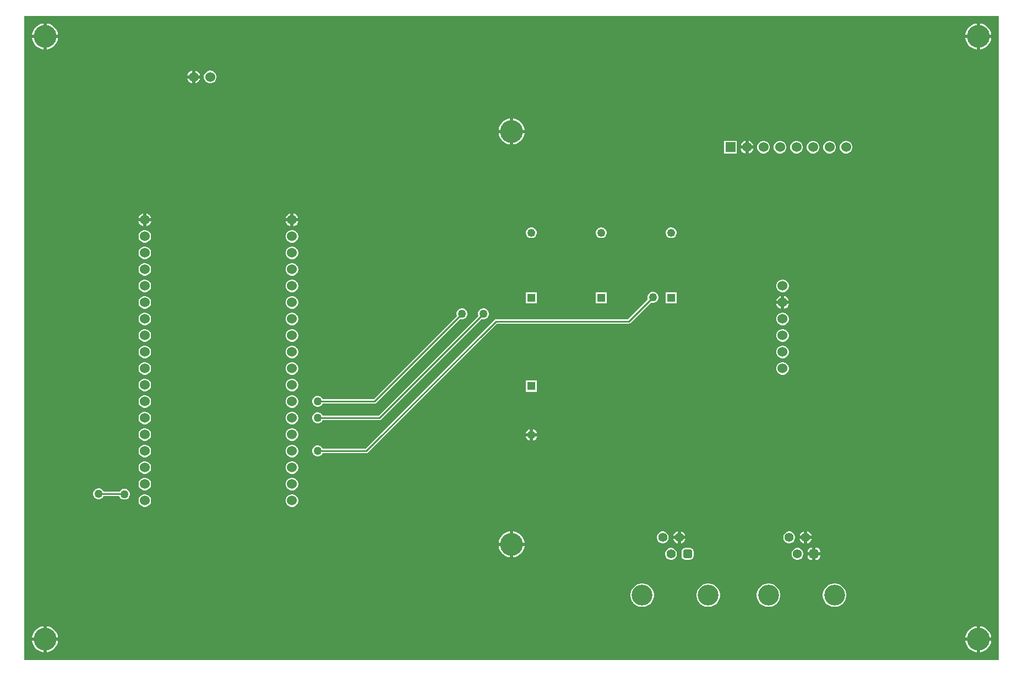
<source format=gbl>
G04*
G04 #@! TF.GenerationSoftware,Altium Limited,Altium Designer,23.10.1 (27)*
G04*
G04 Layer_Physical_Order=2*
G04 Layer_Color=16711680*
%FSLAX44Y44*%
%MOMM*%
G71*
G04*
G04 #@! TF.SameCoordinates,2E3EF511-91C1-4F0E-8D45-CE2B79DCFB35*
G04*
G04*
G04 #@! TF.FilePolarity,Positive*
G04*
G01*
G75*
%ADD10C,0.2540*%
%ADD18C,1.2500*%
%ADD19R,1.2500X1.2500*%
%ADD20C,1.3000*%
%ADD21R,1.3000X1.3000*%
%ADD24C,3.5000*%
%ADD25C,1.5240*%
G04:AMPARAMS|DCode=26|XSize=1.4mm|YSize=1.4mm|CornerRadius=0.35mm|HoleSize=0mm|Usage=FLASHONLY|Rotation=180.000|XOffset=0mm|YOffset=0mm|HoleType=Round|Shape=RoundedRectangle|*
%AMROUNDEDRECTD26*
21,1,1.4000,0.7000,0,0,180.0*
21,1,0.7000,1.4000,0,0,180.0*
1,1,0.7000,-0.3500,0.3500*
1,1,0.7000,0.3500,0.3500*
1,1,0.7000,0.3500,-0.3500*
1,1,0.7000,-0.3500,-0.3500*
%
%ADD26ROUNDEDRECTD26*%
%ADD27C,1.4000*%
%ADD28C,3.2000*%
%ADD29R,1.5240X1.5240*%
%ADD30C,1.2700*%
G36*
X1511300Y12700D02*
X12700D01*
Y1003300D01*
X1511300D01*
Y12700D01*
D02*
G37*
%LPC*%
G36*
X1482090Y991477D02*
Y974090D01*
X1499477D01*
X1498820Y977395D01*
X1497309Y981042D01*
X1495116Y984325D01*
X1492325Y987116D01*
X1489043Y989309D01*
X1485396Y990820D01*
X1482090Y991477D01*
D02*
G37*
G36*
X1477010D02*
X1473705Y990820D01*
X1470058Y989309D01*
X1466775Y987116D01*
X1463984Y984325D01*
X1461791Y981042D01*
X1460280Y977395D01*
X1459623Y974090D01*
X1477010D01*
Y991477D01*
D02*
G37*
G36*
X46990D02*
Y974090D01*
X64377D01*
X63720Y977395D01*
X62209Y981042D01*
X60016Y984325D01*
X57225Y987116D01*
X53942Y989309D01*
X50296Y990820D01*
X46990Y991477D01*
D02*
G37*
G36*
X41910D02*
X38605Y990820D01*
X34957Y989309D01*
X31675Y987116D01*
X28884Y984325D01*
X26691Y981042D01*
X25180Y977395D01*
X24523Y974090D01*
X41910D01*
Y991477D01*
D02*
G37*
G36*
X1499477Y969010D02*
X1482090D01*
Y951623D01*
X1485396Y952280D01*
X1489043Y953791D01*
X1492325Y955984D01*
X1495116Y958775D01*
X1497309Y962057D01*
X1498820Y965704D01*
X1499477Y969010D01*
D02*
G37*
G36*
X1477010D02*
X1459623D01*
X1460280Y965704D01*
X1461791Y962057D01*
X1463984Y958775D01*
X1466775Y955984D01*
X1470058Y953791D01*
X1473705Y952280D01*
X1477010Y951623D01*
Y969010D01*
D02*
G37*
G36*
X64377D02*
X46990D01*
Y951623D01*
X50296Y952280D01*
X53942Y953791D01*
X57225Y955984D01*
X60016Y958775D01*
X62209Y962057D01*
X63720Y965704D01*
X64377Y969010D01*
D02*
G37*
G36*
X41910D02*
X24523D01*
X25180Y965704D01*
X26691Y962057D01*
X28884Y958775D01*
X31675Y955984D01*
X34957Y953791D01*
X38605Y952280D01*
X41910Y951623D01*
Y969010D01*
D02*
G37*
G36*
X275590Y919158D02*
Y911860D01*
X282888D01*
X282518Y913242D01*
X281180Y915558D01*
X279288Y917450D01*
X276972Y918788D01*
X275590Y919158D01*
D02*
G37*
G36*
X270510D02*
X269128Y918788D01*
X266812Y917450D01*
X264920Y915558D01*
X263582Y913242D01*
X263212Y911860D01*
X270510D01*
Y919158D01*
D02*
G37*
G36*
X299721Y918972D02*
X297179D01*
X294725Y918314D01*
X292523Y917044D01*
X290727Y915247D01*
X289456Y913046D01*
X288798Y910591D01*
Y908049D01*
X289456Y905594D01*
X290727Y903393D01*
X292523Y901597D01*
X294725Y900326D01*
X297179Y899668D01*
X299721D01*
X302176Y900326D01*
X304377Y901597D01*
X306173Y903393D01*
X307444Y905594D01*
X308102Y908049D01*
Y910591D01*
X307444Y913046D01*
X306173Y915247D01*
X304377Y917044D01*
X302176Y918314D01*
X299721Y918972D01*
D02*
G37*
G36*
X282888Y906780D02*
X275590D01*
Y899482D01*
X276972Y899852D01*
X279288Y901190D01*
X281180Y903082D01*
X282518Y905398D01*
X282888Y906780D01*
D02*
G37*
G36*
X270510D02*
X263212D01*
X263582Y905398D01*
X264920Y903082D01*
X266812Y901190D01*
X269128Y899852D01*
X270510Y899482D01*
Y906780D01*
D02*
G37*
G36*
X764540Y845427D02*
Y828040D01*
X781927D01*
X781270Y831346D01*
X779759Y834993D01*
X777566Y838275D01*
X774775Y841066D01*
X771492Y843259D01*
X767846Y844770D01*
X764540Y845427D01*
D02*
G37*
G36*
X759460D02*
X756154Y844770D01*
X752507Y843259D01*
X749225Y841066D01*
X746434Y838275D01*
X744241Y834993D01*
X742730Y831346D01*
X742073Y828040D01*
X759460D01*
Y845427D01*
D02*
G37*
G36*
X781927Y822960D02*
X764540D01*
Y805573D01*
X767846Y806230D01*
X771492Y807741D01*
X774775Y809934D01*
X777566Y812725D01*
X779759Y816008D01*
X781270Y819654D01*
X781927Y822960D01*
D02*
G37*
G36*
X759460D02*
X742073D01*
X742730Y819654D01*
X744241Y816008D01*
X746434Y812725D01*
X749225Y809934D01*
X752507Y807741D01*
X756154Y806230D01*
X759460Y805573D01*
Y822960D01*
D02*
G37*
G36*
X1126490Y811208D02*
Y803910D01*
X1133788D01*
X1133418Y805292D01*
X1132080Y807608D01*
X1130188Y809500D01*
X1127872Y810838D01*
X1126490Y811208D01*
D02*
G37*
G36*
X1121410D02*
X1120028Y810838D01*
X1117712Y809500D01*
X1115820Y807608D01*
X1114482Y805292D01*
X1114112Y803910D01*
X1121410D01*
Y811208D01*
D02*
G37*
G36*
X1277621Y811022D02*
X1275079D01*
X1272625Y810364D01*
X1270424Y809093D01*
X1268626Y807297D01*
X1267356Y805096D01*
X1266698Y802641D01*
Y800099D01*
X1267356Y797645D01*
X1268626Y795443D01*
X1270424Y793646D01*
X1272625Y792376D01*
X1275079Y791718D01*
X1277621D01*
X1280076Y792376D01*
X1282276Y793646D01*
X1284073Y795443D01*
X1285344Y797645D01*
X1286002Y800099D01*
Y802641D01*
X1285344Y805096D01*
X1284073Y807297D01*
X1282276Y809093D01*
X1280076Y810364D01*
X1277621Y811022D01*
D02*
G37*
G36*
X1252221D02*
X1249679D01*
X1247225Y810364D01*
X1245023Y809093D01*
X1243226Y807297D01*
X1241956Y805096D01*
X1241298Y802641D01*
Y800099D01*
X1241956Y797645D01*
X1243226Y795443D01*
X1245023Y793646D01*
X1247225Y792376D01*
X1249679Y791718D01*
X1252221D01*
X1254676Y792376D01*
X1256877Y793646D01*
X1258673Y795443D01*
X1259944Y797645D01*
X1260602Y800099D01*
Y802641D01*
X1259944Y805096D01*
X1258673Y807297D01*
X1256877Y809093D01*
X1254676Y810364D01*
X1252221Y811022D01*
D02*
G37*
G36*
X1226821D02*
X1224279D01*
X1221824Y810364D01*
X1219623Y809093D01*
X1217827Y807297D01*
X1216556Y805096D01*
X1215898Y802641D01*
Y800099D01*
X1216556Y797645D01*
X1217827Y795443D01*
X1219623Y793646D01*
X1221824Y792376D01*
X1224279Y791718D01*
X1226821D01*
X1229276Y792376D01*
X1231477Y793646D01*
X1233273Y795443D01*
X1234544Y797645D01*
X1235202Y800099D01*
Y802641D01*
X1234544Y805096D01*
X1233273Y807297D01*
X1231477Y809093D01*
X1229276Y810364D01*
X1226821Y811022D01*
D02*
G37*
G36*
X1201421D02*
X1198879D01*
X1196424Y810364D01*
X1194223Y809093D01*
X1192427Y807297D01*
X1191156Y805096D01*
X1190498Y802641D01*
Y800099D01*
X1191156Y797645D01*
X1192427Y795443D01*
X1194223Y793646D01*
X1196424Y792376D01*
X1198879Y791718D01*
X1201421D01*
X1203876Y792376D01*
X1206077Y793646D01*
X1207874Y795443D01*
X1209144Y797645D01*
X1209802Y800099D01*
Y802641D01*
X1209144Y805096D01*
X1207874Y807297D01*
X1206077Y809093D01*
X1203876Y810364D01*
X1201421Y811022D01*
D02*
G37*
G36*
X1176021D02*
X1173479D01*
X1171024Y810364D01*
X1168823Y809093D01*
X1167027Y807297D01*
X1165756Y805096D01*
X1165098Y802641D01*
Y800099D01*
X1165756Y797645D01*
X1167027Y795443D01*
X1168823Y793646D01*
X1171024Y792376D01*
X1173479Y791718D01*
X1176021D01*
X1178475Y792376D01*
X1180676Y793646D01*
X1182474Y795443D01*
X1183744Y797645D01*
X1184402Y800099D01*
Y802641D01*
X1183744Y805096D01*
X1182474Y807297D01*
X1180676Y809093D01*
X1178475Y810364D01*
X1176021Y811022D01*
D02*
G37*
G36*
X1150621D02*
X1148079D01*
X1145624Y810364D01*
X1143423Y809093D01*
X1141627Y807297D01*
X1140356Y805096D01*
X1139698Y802641D01*
Y800099D01*
X1140356Y797645D01*
X1141627Y795443D01*
X1143423Y793646D01*
X1145624Y792376D01*
X1148079Y791718D01*
X1150621D01*
X1153075Y792376D01*
X1155276Y793646D01*
X1157074Y795443D01*
X1158344Y797645D01*
X1159002Y800099D01*
Y802641D01*
X1158344Y805096D01*
X1157074Y807297D01*
X1155276Y809093D01*
X1153075Y810364D01*
X1150621Y811022D01*
D02*
G37*
G36*
X1108202D02*
X1088898D01*
Y791718D01*
X1108202D01*
Y811022D01*
D02*
G37*
G36*
X1133788Y798830D02*
X1126490D01*
Y791532D01*
X1127872Y791902D01*
X1130188Y793240D01*
X1132080Y795132D01*
X1133418Y797448D01*
X1133788Y798830D01*
D02*
G37*
G36*
X1121410D02*
X1114112D01*
X1114482Y797448D01*
X1115820Y795132D01*
X1117712Y793240D01*
X1120028Y791902D01*
X1121410Y791532D01*
Y798830D01*
D02*
G37*
G36*
X426720Y699448D02*
Y692150D01*
X434018D01*
X433648Y693532D01*
X432310Y695848D01*
X430418Y697740D01*
X428102Y699078D01*
X426720Y699448D01*
D02*
G37*
G36*
X200406D02*
Y692150D01*
X207704D01*
X207334Y693532D01*
X205996Y695848D01*
X204104Y697740D01*
X201788Y699078D01*
X200406Y699448D01*
D02*
G37*
G36*
X421640D02*
X420258Y699078D01*
X417942Y697740D01*
X416050Y695848D01*
X414712Y693532D01*
X414342Y692150D01*
X421640D01*
Y699448D01*
D02*
G37*
G36*
X195326D02*
X193944Y699078D01*
X191628Y697740D01*
X189736Y695848D01*
X188398Y693532D01*
X188028Y692150D01*
X195326D01*
Y699448D01*
D02*
G37*
G36*
X434018Y687070D02*
X426720D01*
Y679772D01*
X428102Y680142D01*
X430418Y681480D01*
X432310Y683372D01*
X433648Y685688D01*
X434018Y687070D01*
D02*
G37*
G36*
X207704D02*
X200406D01*
Y679772D01*
X201788Y680142D01*
X204104Y681480D01*
X205996Y683372D01*
X207334Y685688D01*
X207704Y687070D01*
D02*
G37*
G36*
X421640D02*
X414342D01*
X414712Y685688D01*
X416050Y683372D01*
X417942Y681480D01*
X420258Y680142D01*
X421640Y679772D01*
Y687070D01*
D02*
G37*
G36*
X195326D02*
X188028D01*
X188398Y685688D01*
X189736Y683372D01*
X191628Y681480D01*
X193944Y680142D01*
X195326Y679772D01*
Y687070D01*
D02*
G37*
G36*
X1008200Y678042D02*
X1006020D01*
X1003913Y677478D01*
X1002025Y676387D01*
X1000483Y674845D01*
X999392Y672957D01*
X998828Y670850D01*
Y668670D01*
X999392Y666563D01*
X1000483Y664675D01*
X1002025Y663133D01*
X1003913Y662042D01*
X1006020Y661478D01*
X1008200D01*
X1010307Y662042D01*
X1012195Y663133D01*
X1013737Y664675D01*
X1014828Y666563D01*
X1015392Y668670D01*
Y670850D01*
X1014828Y672957D01*
X1013737Y674845D01*
X1012195Y676387D01*
X1010307Y677478D01*
X1008200Y678042D01*
D02*
G37*
G36*
X900885D02*
X898705D01*
X896598Y677478D01*
X894710Y676387D01*
X893168Y674845D01*
X892077Y672957D01*
X891513Y670850D01*
Y668670D01*
X892077Y666563D01*
X893168Y664675D01*
X894710Y663133D01*
X896598Y662042D01*
X898705Y661478D01*
X900885D01*
X902992Y662042D01*
X904880Y663133D01*
X906422Y664675D01*
X907513Y666563D01*
X908077Y668670D01*
Y670850D01*
X907513Y672957D01*
X906422Y674845D01*
X904880Y676387D01*
X902992Y677478D01*
X900885Y678042D01*
D02*
G37*
G36*
X793570D02*
X791390D01*
X789283Y677478D01*
X787395Y676387D01*
X785853Y674845D01*
X784762Y672957D01*
X784198Y670850D01*
Y668670D01*
X784762Y666563D01*
X785853Y664675D01*
X787395Y663133D01*
X789283Y662042D01*
X791390Y661478D01*
X793570D01*
X795677Y662042D01*
X797565Y663133D01*
X799107Y664675D01*
X800198Y666563D01*
X800762Y668670D01*
Y670850D01*
X800198Y672957D01*
X799107Y674845D01*
X797565Y676387D01*
X795677Y677478D01*
X793570Y678042D01*
D02*
G37*
G36*
X425451Y673862D02*
X422909D01*
X420454Y673204D01*
X418254Y671934D01*
X416456Y670136D01*
X415186Y667935D01*
X414528Y665481D01*
Y662939D01*
X415186Y660484D01*
X416456Y658283D01*
X418254Y656487D01*
X420454Y655216D01*
X422909Y654558D01*
X425451D01*
X427906Y655216D01*
X430107Y656487D01*
X431903Y658283D01*
X433174Y660484D01*
X433832Y662939D01*
Y665481D01*
X433174Y667935D01*
X431903Y670136D01*
X430107Y671934D01*
X427906Y673204D01*
X425451Y673862D01*
D02*
G37*
G36*
X199137D02*
X196595D01*
X194140Y673204D01*
X191940Y671934D01*
X190142Y670136D01*
X188872Y667935D01*
X188214Y665481D01*
Y662939D01*
X188872Y660484D01*
X190142Y658283D01*
X191940Y656487D01*
X194140Y655216D01*
X196595Y654558D01*
X199137D01*
X201591Y655216D01*
X203792Y656487D01*
X205590Y658283D01*
X206860Y660484D01*
X207518Y662939D01*
Y665481D01*
X206860Y667935D01*
X205590Y670136D01*
X203792Y671934D01*
X201591Y673204D01*
X199137Y673862D01*
D02*
G37*
G36*
X425451Y648462D02*
X422909D01*
X420454Y647804D01*
X418254Y646534D01*
X416456Y644736D01*
X415186Y642535D01*
X414528Y640081D01*
Y637539D01*
X415186Y635084D01*
X416456Y632883D01*
X418254Y631087D01*
X420454Y629816D01*
X422909Y629158D01*
X425451D01*
X427906Y629816D01*
X430107Y631087D01*
X431903Y632883D01*
X433174Y635084D01*
X433832Y637539D01*
Y640081D01*
X433174Y642535D01*
X431903Y644736D01*
X430107Y646534D01*
X427906Y647804D01*
X425451Y648462D01*
D02*
G37*
G36*
X199137D02*
X196595D01*
X194140Y647804D01*
X191940Y646534D01*
X190142Y644736D01*
X188872Y642535D01*
X188214Y640081D01*
Y637539D01*
X188872Y635084D01*
X190142Y632883D01*
X191940Y631087D01*
X194140Y629816D01*
X196595Y629158D01*
X199137D01*
X201591Y629816D01*
X203792Y631087D01*
X205590Y632883D01*
X206860Y635084D01*
X207518Y637539D01*
Y640081D01*
X206860Y642535D01*
X205590Y644736D01*
X203792Y646534D01*
X201591Y647804D01*
X199137Y648462D01*
D02*
G37*
G36*
X425451Y623062D02*
X422909D01*
X420454Y622404D01*
X418254Y621133D01*
X416456Y619337D01*
X415186Y617136D01*
X414528Y614681D01*
Y612139D01*
X415186Y609684D01*
X416456Y607483D01*
X418254Y605686D01*
X420454Y604416D01*
X422909Y603758D01*
X425451D01*
X427906Y604416D01*
X430107Y605686D01*
X431903Y607483D01*
X433174Y609684D01*
X433832Y612139D01*
Y614681D01*
X433174Y617136D01*
X431903Y619337D01*
X430107Y621133D01*
X427906Y622404D01*
X425451Y623062D01*
D02*
G37*
G36*
X199137D02*
X196595D01*
X194140Y622404D01*
X191940Y621133D01*
X190142Y619337D01*
X188872Y617136D01*
X188214Y614681D01*
Y612139D01*
X188872Y609684D01*
X190142Y607483D01*
X191940Y605686D01*
X194140Y604416D01*
X196595Y603758D01*
X199137D01*
X201591Y604416D01*
X203792Y605686D01*
X205590Y607483D01*
X206860Y609684D01*
X207518Y612139D01*
Y614681D01*
X206860Y617136D01*
X205590Y619337D01*
X203792Y621133D01*
X201591Y622404D01*
X199137Y623062D01*
D02*
G37*
G36*
X1179831Y597662D02*
X1177289D01*
X1174835Y597004D01*
X1172634Y595733D01*
X1170836Y593937D01*
X1169566Y591735D01*
X1168908Y589281D01*
Y586739D01*
X1169566Y584285D01*
X1170836Y582084D01*
X1172634Y580286D01*
X1174835Y579016D01*
X1177289Y578358D01*
X1179831D01*
X1182286Y579016D01*
X1184486Y580286D01*
X1186283Y582084D01*
X1187554Y584285D01*
X1188212Y586739D01*
Y589281D01*
X1187554Y591735D01*
X1186283Y593937D01*
X1184486Y595733D01*
X1182286Y597004D01*
X1179831Y597662D01*
D02*
G37*
G36*
X425451D02*
X422909D01*
X420454Y597004D01*
X418254Y595733D01*
X416456Y593937D01*
X415186Y591735D01*
X414528Y589281D01*
Y586739D01*
X415186Y584285D01*
X416456Y582084D01*
X418254Y580286D01*
X420454Y579016D01*
X422909Y578358D01*
X425451D01*
X427906Y579016D01*
X430107Y580286D01*
X431903Y582084D01*
X433174Y584285D01*
X433832Y586739D01*
Y589281D01*
X433174Y591735D01*
X431903Y593937D01*
X430107Y595733D01*
X427906Y597004D01*
X425451Y597662D01*
D02*
G37*
G36*
X199137D02*
X196595D01*
X194140Y597004D01*
X191940Y595733D01*
X190142Y593937D01*
X188872Y591735D01*
X188214Y589281D01*
Y586739D01*
X188872Y584285D01*
X190142Y582084D01*
X191940Y580286D01*
X194140Y579016D01*
X196595Y578358D01*
X199137D01*
X201591Y579016D01*
X203792Y580286D01*
X205590Y582084D01*
X206860Y584285D01*
X207518Y586739D01*
Y589281D01*
X206860Y591735D01*
X205590Y593937D01*
X203792Y595733D01*
X201591Y597004D01*
X199137Y597662D01*
D02*
G37*
G36*
X1181100Y572448D02*
Y565150D01*
X1188398D01*
X1188028Y566532D01*
X1186690Y568848D01*
X1184798Y570740D01*
X1182482Y572078D01*
X1181100Y572448D01*
D02*
G37*
G36*
X1176020D02*
X1174638Y572078D01*
X1172322Y570740D01*
X1170430Y568848D01*
X1169092Y566532D01*
X1168722Y565150D01*
X1176020D01*
Y572448D01*
D02*
G37*
G36*
X980274Y578612D02*
X978066D01*
X975935Y578041D01*
X974023Y576937D01*
X972463Y575377D01*
X971359Y573465D01*
X970788Y571334D01*
Y569127D01*
X971320Y567141D01*
X940946Y536767D01*
X737870D01*
X736582Y536510D01*
X735489Y535781D01*
X537085Y337377D01*
X471285D01*
X470257Y339157D01*
X468697Y340717D01*
X466785Y341821D01*
X464654Y342392D01*
X462447D01*
X460315Y341821D01*
X458403Y340717D01*
X456843Y339157D01*
X455739Y337245D01*
X455168Y335113D01*
Y332906D01*
X455739Y330775D01*
X456843Y328863D01*
X458403Y327303D01*
X460315Y326199D01*
X462447Y325628D01*
X464654D01*
X466785Y326199D01*
X468697Y327303D01*
X470257Y328863D01*
X471285Y330643D01*
X538480D01*
X539768Y330900D01*
X540861Y331629D01*
X739265Y530033D01*
X942340D01*
X943628Y530290D01*
X944721Y531019D01*
X976081Y562380D01*
X978066Y561848D01*
X980274D01*
X982405Y562419D01*
X984317Y563523D01*
X985877Y565083D01*
X986981Y566995D01*
X987552Y569127D01*
Y571334D01*
X986981Y573465D01*
X985877Y575377D01*
X984317Y576937D01*
X982405Y578041D01*
X980274Y578612D01*
D02*
G37*
G36*
X1015392Y578042D02*
X998828D01*
Y561478D01*
X1015392D01*
Y578042D01*
D02*
G37*
G36*
X908077D02*
X891513D01*
Y561478D01*
X908077D01*
Y578042D01*
D02*
G37*
G36*
X800762D02*
X784198D01*
Y561478D01*
X800762D01*
Y578042D01*
D02*
G37*
G36*
X425451Y572262D02*
X422909D01*
X420454Y571604D01*
X418254Y570334D01*
X416456Y568536D01*
X415186Y566335D01*
X414528Y563881D01*
Y561339D01*
X415186Y558885D01*
X416456Y556684D01*
X418254Y554887D01*
X420454Y553616D01*
X422909Y552958D01*
X425451D01*
X427906Y553616D01*
X430107Y554887D01*
X431903Y556684D01*
X433174Y558885D01*
X433832Y561339D01*
Y563881D01*
X433174Y566335D01*
X431903Y568536D01*
X430107Y570334D01*
X427906Y571604D01*
X425451Y572262D01*
D02*
G37*
G36*
X199137D02*
X196595D01*
X194140Y571604D01*
X191940Y570334D01*
X190142Y568536D01*
X188872Y566335D01*
X188214Y563881D01*
Y561339D01*
X188872Y558885D01*
X190142Y556684D01*
X191940Y554887D01*
X194140Y553616D01*
X196595Y552958D01*
X199137D01*
X201591Y553616D01*
X203792Y554887D01*
X205590Y556684D01*
X206860Y558885D01*
X207518Y561339D01*
Y563881D01*
X206860Y566335D01*
X205590Y568536D01*
X203792Y570334D01*
X201591Y571604D01*
X199137Y572262D01*
D02*
G37*
G36*
X1188398Y560070D02*
X1181100D01*
Y552772D01*
X1182482Y553142D01*
X1184798Y554480D01*
X1186690Y556372D01*
X1188028Y558688D01*
X1188398Y560070D01*
D02*
G37*
G36*
X1176020D02*
X1168722D01*
X1169092Y558688D01*
X1170430Y556372D01*
X1172322Y554480D01*
X1174638Y553142D01*
X1176020Y552772D01*
Y560070D01*
D02*
G37*
G36*
X719923Y553212D02*
X717717D01*
X715585Y552641D01*
X713673Y551537D01*
X712113Y549977D01*
X711009Y548065D01*
X710438Y545933D01*
Y543727D01*
X710970Y541741D01*
X557406Y388177D01*
X471285D01*
X470257Y389957D01*
X468697Y391517D01*
X466785Y392621D01*
X464654Y393192D01*
X462447D01*
X460315Y392621D01*
X458403Y391517D01*
X456843Y389957D01*
X455739Y388045D01*
X455168Y385914D01*
Y383707D01*
X455739Y381575D01*
X456843Y379663D01*
X458403Y378103D01*
X460315Y376999D01*
X462447Y376428D01*
X464654D01*
X466785Y376999D01*
X468697Y378103D01*
X470257Y379663D01*
X471285Y381443D01*
X558800D01*
X560088Y381700D01*
X561181Y382429D01*
X715731Y536980D01*
X717717Y536448D01*
X719923D01*
X722055Y537019D01*
X723967Y538123D01*
X725527Y539683D01*
X726631Y541595D01*
X727202Y543727D01*
Y545933D01*
X726631Y548065D01*
X725527Y549977D01*
X723967Y551537D01*
X722055Y552641D01*
X719923Y553212D01*
D02*
G37*
G36*
X686904D02*
X684697D01*
X682565Y552641D01*
X680653Y551537D01*
X679093Y549977D01*
X677989Y548065D01*
X677418Y545933D01*
Y543727D01*
X677950Y541741D01*
X549785Y413577D01*
X471285D01*
X470257Y415357D01*
X468697Y416917D01*
X466785Y418021D01*
X464654Y418592D01*
X462447D01*
X460315Y418021D01*
X458403Y416917D01*
X456843Y415357D01*
X455739Y413445D01*
X455168Y411314D01*
Y409106D01*
X455739Y406975D01*
X456843Y405063D01*
X458403Y403503D01*
X460315Y402399D01*
X462447Y401828D01*
X464654D01*
X466785Y402399D01*
X468697Y403503D01*
X470257Y405063D01*
X471285Y406843D01*
X551180D01*
X552468Y407100D01*
X553561Y407829D01*
X682711Y536980D01*
X684697Y536448D01*
X686904D01*
X689035Y537019D01*
X690947Y538123D01*
X692507Y539683D01*
X693611Y541595D01*
X694182Y543727D01*
Y545933D01*
X693611Y548065D01*
X692507Y549977D01*
X690947Y551537D01*
X689035Y552641D01*
X686904Y553212D01*
D02*
G37*
G36*
X1179831Y546862D02*
X1177289D01*
X1174835Y546204D01*
X1172634Y544934D01*
X1170836Y543136D01*
X1169566Y540936D01*
X1168908Y538481D01*
Y535939D01*
X1169566Y533484D01*
X1170836Y531283D01*
X1172634Y529487D01*
X1174835Y528216D01*
X1177289Y527558D01*
X1179831D01*
X1182286Y528216D01*
X1184486Y529487D01*
X1186283Y531283D01*
X1187554Y533484D01*
X1188212Y535939D01*
Y538481D01*
X1187554Y540936D01*
X1186283Y543136D01*
X1184486Y544934D01*
X1182286Y546204D01*
X1179831Y546862D01*
D02*
G37*
G36*
X425451D02*
X422909D01*
X420454Y546204D01*
X418254Y544934D01*
X416456Y543136D01*
X415186Y540936D01*
X414528Y538481D01*
Y535939D01*
X415186Y533484D01*
X416456Y531283D01*
X418254Y529487D01*
X420454Y528216D01*
X422909Y527558D01*
X425451D01*
X427906Y528216D01*
X430107Y529487D01*
X431903Y531283D01*
X433174Y533484D01*
X433832Y535939D01*
Y538481D01*
X433174Y540936D01*
X431903Y543136D01*
X430107Y544934D01*
X427906Y546204D01*
X425451Y546862D01*
D02*
G37*
G36*
X199137D02*
X196595D01*
X194140Y546204D01*
X191940Y544934D01*
X190142Y543136D01*
X188872Y540936D01*
X188214Y538481D01*
Y535939D01*
X188872Y533484D01*
X190142Y531283D01*
X191940Y529487D01*
X194140Y528216D01*
X196595Y527558D01*
X199137D01*
X201591Y528216D01*
X203792Y529487D01*
X205590Y531283D01*
X206860Y533484D01*
X207518Y535939D01*
Y538481D01*
X206860Y540936D01*
X205590Y543136D01*
X203792Y544934D01*
X201591Y546204D01*
X199137Y546862D01*
D02*
G37*
G36*
X1179831Y521462D02*
X1177289D01*
X1174835Y520804D01*
X1172634Y519534D01*
X1170836Y517737D01*
X1169566Y515536D01*
X1168908Y513081D01*
Y510539D01*
X1169566Y508084D01*
X1170836Y505883D01*
X1172634Y504086D01*
X1174835Y502816D01*
X1177289Y502158D01*
X1179831D01*
X1182286Y502816D01*
X1184486Y504086D01*
X1186283Y505883D01*
X1187554Y508084D01*
X1188212Y510539D01*
Y513081D01*
X1187554Y515536D01*
X1186283Y517737D01*
X1184486Y519534D01*
X1182286Y520804D01*
X1179831Y521462D01*
D02*
G37*
G36*
X425451D02*
X422909D01*
X420454Y520804D01*
X418254Y519534D01*
X416456Y517737D01*
X415186Y515536D01*
X414528Y513081D01*
Y510539D01*
X415186Y508084D01*
X416456Y505883D01*
X418254Y504086D01*
X420454Y502816D01*
X422909Y502158D01*
X425451D01*
X427906Y502816D01*
X430107Y504086D01*
X431903Y505883D01*
X433174Y508084D01*
X433832Y510539D01*
Y513081D01*
X433174Y515536D01*
X431903Y517737D01*
X430107Y519534D01*
X427906Y520804D01*
X425451Y521462D01*
D02*
G37*
G36*
X199137D02*
X196595D01*
X194140Y520804D01*
X191940Y519534D01*
X190142Y517737D01*
X188872Y515536D01*
X188214Y513081D01*
Y510539D01*
X188872Y508084D01*
X190142Y505883D01*
X191940Y504086D01*
X194140Y502816D01*
X196595Y502158D01*
X199137D01*
X201591Y502816D01*
X203792Y504086D01*
X205590Y505883D01*
X206860Y508084D01*
X207518Y510539D01*
Y513081D01*
X206860Y515536D01*
X205590Y517737D01*
X203792Y519534D01*
X201591Y520804D01*
X199137Y521462D01*
D02*
G37*
G36*
X1179831Y496062D02*
X1177289D01*
X1174835Y495404D01*
X1172634Y494133D01*
X1170836Y492337D01*
X1169566Y490135D01*
X1168908Y487681D01*
Y485139D01*
X1169566Y482685D01*
X1170836Y480484D01*
X1172634Y478686D01*
X1174835Y477416D01*
X1177289Y476758D01*
X1179831D01*
X1182286Y477416D01*
X1184486Y478686D01*
X1186283Y480484D01*
X1187554Y482685D01*
X1188212Y485139D01*
Y487681D01*
X1187554Y490135D01*
X1186283Y492337D01*
X1184486Y494133D01*
X1182286Y495404D01*
X1179831Y496062D01*
D02*
G37*
G36*
X425451D02*
X422909D01*
X420454Y495404D01*
X418254Y494133D01*
X416456Y492337D01*
X415186Y490135D01*
X414528Y487681D01*
Y485139D01*
X415186Y482685D01*
X416456Y480484D01*
X418254Y478686D01*
X420454Y477416D01*
X422909Y476758D01*
X425451D01*
X427906Y477416D01*
X430107Y478686D01*
X431903Y480484D01*
X433174Y482685D01*
X433832Y485139D01*
Y487681D01*
X433174Y490135D01*
X431903Y492337D01*
X430107Y494133D01*
X427906Y495404D01*
X425451Y496062D01*
D02*
G37*
G36*
X199137D02*
X196595D01*
X194140Y495404D01*
X191940Y494133D01*
X190142Y492337D01*
X188872Y490135D01*
X188214Y487681D01*
Y485139D01*
X188872Y482685D01*
X190142Y480484D01*
X191940Y478686D01*
X194140Y477416D01*
X196595Y476758D01*
X199137D01*
X201591Y477416D01*
X203792Y478686D01*
X205590Y480484D01*
X206860Y482685D01*
X207518Y485139D01*
Y487681D01*
X206860Y490135D01*
X205590Y492337D01*
X203792Y494133D01*
X201591Y495404D01*
X199137Y496062D01*
D02*
G37*
G36*
X1179831Y470662D02*
X1177289D01*
X1174835Y470004D01*
X1172634Y468733D01*
X1170836Y466936D01*
X1169566Y464735D01*
X1168908Y462281D01*
Y459739D01*
X1169566Y457285D01*
X1170836Y455084D01*
X1172634Y453287D01*
X1174835Y452016D01*
X1177289Y451358D01*
X1179831D01*
X1182286Y452016D01*
X1184486Y453287D01*
X1186283Y455084D01*
X1187554Y457285D01*
X1188212Y459739D01*
Y462281D01*
X1187554Y464735D01*
X1186283Y466936D01*
X1184486Y468733D01*
X1182286Y470004D01*
X1179831Y470662D01*
D02*
G37*
G36*
X425451D02*
X422909D01*
X420454Y470004D01*
X418254Y468733D01*
X416456Y466936D01*
X415186Y464735D01*
X414528Y462281D01*
Y459739D01*
X415186Y457285D01*
X416456Y455084D01*
X418254Y453287D01*
X420454Y452016D01*
X422909Y451358D01*
X425451D01*
X427906Y452016D01*
X430107Y453287D01*
X431903Y455084D01*
X433174Y457285D01*
X433832Y459739D01*
Y462281D01*
X433174Y464735D01*
X431903Y466936D01*
X430107Y468733D01*
X427906Y470004D01*
X425451Y470662D01*
D02*
G37*
G36*
X199137D02*
X196595D01*
X194140Y470004D01*
X191940Y468733D01*
X190142Y466936D01*
X188872Y464735D01*
X188214Y462281D01*
Y459739D01*
X188872Y457285D01*
X190142Y455084D01*
X191940Y453287D01*
X194140Y452016D01*
X196595Y451358D01*
X199137D01*
X201591Y452016D01*
X203792Y453287D01*
X205590Y455084D01*
X206860Y457285D01*
X207518Y459739D01*
Y462281D01*
X206860Y464735D01*
X205590Y466936D01*
X203792Y468733D01*
X201591Y470004D01*
X199137Y470662D01*
D02*
G37*
G36*
X425451Y445262D02*
X422909D01*
X420454Y444604D01*
X418254Y443334D01*
X416456Y441536D01*
X415186Y439336D01*
X414528Y436881D01*
Y434339D01*
X415186Y431884D01*
X416456Y429683D01*
X418254Y427887D01*
X420454Y426616D01*
X422909Y425958D01*
X425451D01*
X427906Y426616D01*
X430107Y427887D01*
X431903Y429683D01*
X433174Y431884D01*
X433832Y434339D01*
Y436881D01*
X433174Y439336D01*
X431903Y441536D01*
X430107Y443334D01*
X427906Y444604D01*
X425451Y445262D01*
D02*
G37*
G36*
X199137D02*
X196595D01*
X194140Y444604D01*
X191940Y443334D01*
X190142Y441536D01*
X188872Y439336D01*
X188214Y436881D01*
Y434339D01*
X188872Y431884D01*
X190142Y429683D01*
X191940Y427887D01*
X194140Y426616D01*
X196595Y425958D01*
X199137D01*
X201591Y426616D01*
X203792Y427887D01*
X205590Y429683D01*
X206860Y431884D01*
X207518Y434339D01*
Y436881D01*
X206860Y439336D01*
X205590Y441536D01*
X203792Y443334D01*
X201591Y444604D01*
X199137Y445262D01*
D02*
G37*
G36*
X801012Y442272D02*
X783948D01*
Y425208D01*
X801012D01*
Y442272D01*
D02*
G37*
G36*
X425451Y419862D02*
X422909D01*
X420454Y419204D01*
X418254Y417934D01*
X416456Y416137D01*
X415186Y413936D01*
X414528Y411481D01*
Y408939D01*
X415186Y406484D01*
X416456Y404283D01*
X418254Y402486D01*
X420454Y401216D01*
X422909Y400558D01*
X425451D01*
X427906Y401216D01*
X430107Y402486D01*
X431903Y404283D01*
X433174Y406484D01*
X433832Y408939D01*
Y411481D01*
X433174Y413936D01*
X431903Y416137D01*
X430107Y417934D01*
X427906Y419204D01*
X425451Y419862D01*
D02*
G37*
G36*
X199137D02*
X196595D01*
X194140Y419204D01*
X191940Y417934D01*
X190142Y416137D01*
X188872Y413936D01*
X188214Y411481D01*
Y408939D01*
X188872Y406484D01*
X190142Y404283D01*
X191940Y402486D01*
X194140Y401216D01*
X196595Y400558D01*
X199137D01*
X201591Y401216D01*
X203792Y402486D01*
X205590Y404283D01*
X206860Y406484D01*
X207518Y408939D01*
Y411481D01*
X206860Y413936D01*
X205590Y416137D01*
X203792Y417934D01*
X201591Y419204D01*
X199137Y419862D01*
D02*
G37*
G36*
X425451Y394462D02*
X422909D01*
X420454Y393804D01*
X418254Y392533D01*
X416456Y390737D01*
X415186Y388535D01*
X414528Y386081D01*
Y383539D01*
X415186Y381085D01*
X416456Y378884D01*
X418254Y377086D01*
X420454Y375816D01*
X422909Y375158D01*
X425451D01*
X427906Y375816D01*
X430107Y377086D01*
X431903Y378884D01*
X433174Y381085D01*
X433832Y383539D01*
Y386081D01*
X433174Y388535D01*
X431903Y390737D01*
X430107Y392533D01*
X427906Y393804D01*
X425451Y394462D01*
D02*
G37*
G36*
X199137D02*
X196595D01*
X194140Y393804D01*
X191940Y392533D01*
X190142Y390737D01*
X188872Y388535D01*
X188214Y386081D01*
Y383539D01*
X188872Y381085D01*
X190142Y378884D01*
X191940Y377086D01*
X194140Y375816D01*
X196595Y375158D01*
X199137D01*
X201591Y375816D01*
X203792Y377086D01*
X205590Y378884D01*
X206860Y381085D01*
X207518Y383539D01*
Y386081D01*
X206860Y388535D01*
X205590Y390737D01*
X203792Y392533D01*
X201591Y393804D01*
X199137Y394462D01*
D02*
G37*
G36*
X795020Y367418D02*
Y361280D01*
X801158D01*
X800904Y362229D01*
X799714Y364291D01*
X798031Y365974D01*
X795969Y367164D01*
X795020Y367418D01*
D02*
G37*
G36*
X789940D02*
X788991Y367164D01*
X786929Y365974D01*
X785246Y364291D01*
X784056Y362229D01*
X783802Y361280D01*
X789940D01*
Y367418D01*
D02*
G37*
G36*
X801158Y356200D02*
X795020D01*
Y350062D01*
X795969Y350316D01*
X798031Y351506D01*
X799714Y353189D01*
X800904Y355251D01*
X801158Y356200D01*
D02*
G37*
G36*
X789940D02*
X783802D01*
X784056Y355251D01*
X785246Y353189D01*
X786929Y351506D01*
X788991Y350316D01*
X789940Y350062D01*
Y356200D01*
D02*
G37*
G36*
X425451Y369062D02*
X422909D01*
X420454Y368404D01*
X418254Y367133D01*
X416456Y365336D01*
X415186Y363135D01*
X414528Y360681D01*
Y358139D01*
X415186Y355685D01*
X416456Y353484D01*
X418254Y351687D01*
X420454Y350416D01*
X422909Y349758D01*
X425451D01*
X427906Y350416D01*
X430107Y351687D01*
X431903Y353484D01*
X433174Y355685D01*
X433832Y358139D01*
Y360681D01*
X433174Y363135D01*
X431903Y365336D01*
X430107Y367133D01*
X427906Y368404D01*
X425451Y369062D01*
D02*
G37*
G36*
X199137D02*
X196595D01*
X194140Y368404D01*
X191940Y367133D01*
X190142Y365336D01*
X188872Y363135D01*
X188214Y360681D01*
Y358139D01*
X188872Y355685D01*
X190142Y353484D01*
X191940Y351687D01*
X194140Y350416D01*
X196595Y349758D01*
X199137D01*
X201591Y350416D01*
X203792Y351687D01*
X205590Y353484D01*
X206860Y355685D01*
X207518Y358139D01*
Y360681D01*
X206860Y363135D01*
X205590Y365336D01*
X203792Y367133D01*
X201591Y368404D01*
X199137Y369062D01*
D02*
G37*
G36*
X425451Y343662D02*
X422909D01*
X420454Y343004D01*
X418254Y341734D01*
X416456Y339936D01*
X415186Y337735D01*
X414528Y335281D01*
Y332739D01*
X415186Y330285D01*
X416456Y328083D01*
X418254Y326287D01*
X420454Y325016D01*
X422909Y324358D01*
X425451D01*
X427906Y325016D01*
X430107Y326287D01*
X431903Y328083D01*
X433174Y330285D01*
X433832Y332739D01*
Y335281D01*
X433174Y337735D01*
X431903Y339936D01*
X430107Y341734D01*
X427906Y343004D01*
X425451Y343662D01*
D02*
G37*
G36*
X199137D02*
X196595D01*
X194140Y343004D01*
X191940Y341734D01*
X190142Y339936D01*
X188872Y337735D01*
X188214Y335281D01*
Y332739D01*
X188872Y330285D01*
X190142Y328083D01*
X191940Y326287D01*
X194140Y325016D01*
X196595Y324358D01*
X199137D01*
X201591Y325016D01*
X203792Y326287D01*
X205590Y328083D01*
X206860Y330285D01*
X207518Y332739D01*
Y335281D01*
X206860Y337735D01*
X205590Y339936D01*
X203792Y341734D01*
X201591Y343004D01*
X199137Y343662D01*
D02*
G37*
G36*
X425451Y318262D02*
X422909D01*
X420454Y317604D01*
X418254Y316334D01*
X416456Y314536D01*
X415186Y312335D01*
X414528Y309881D01*
Y307339D01*
X415186Y304884D01*
X416456Y302684D01*
X418254Y300886D01*
X420454Y299616D01*
X422909Y298958D01*
X425451D01*
X427906Y299616D01*
X430107Y300886D01*
X431903Y302684D01*
X433174Y304884D01*
X433832Y307339D01*
Y309881D01*
X433174Y312335D01*
X431903Y314536D01*
X430107Y316334D01*
X427906Y317604D01*
X425451Y318262D01*
D02*
G37*
G36*
X199137D02*
X196595D01*
X194140Y317604D01*
X191940Y316334D01*
X190142Y314536D01*
X188872Y312335D01*
X188214Y309881D01*
Y307339D01*
X188872Y304884D01*
X190142Y302684D01*
X191940Y300886D01*
X194140Y299616D01*
X196595Y298958D01*
X199137D01*
X201591Y299616D01*
X203792Y300886D01*
X205590Y302684D01*
X206860Y304884D01*
X207518Y307339D01*
Y309881D01*
X206860Y312335D01*
X205590Y314536D01*
X203792Y316334D01*
X201591Y317604D01*
X199137Y318262D01*
D02*
G37*
G36*
X425451Y292862D02*
X422909D01*
X420454Y292204D01*
X418254Y290933D01*
X416456Y289137D01*
X415186Y286936D01*
X414528Y284481D01*
Y281939D01*
X415186Y279485D01*
X416456Y277283D01*
X418254Y275487D01*
X420454Y274216D01*
X422909Y273558D01*
X425451D01*
X427906Y274216D01*
X430107Y275487D01*
X431903Y277283D01*
X433174Y279485D01*
X433832Y281939D01*
Y284481D01*
X433174Y286936D01*
X431903Y289137D01*
X430107Y290933D01*
X427906Y292204D01*
X425451Y292862D01*
D02*
G37*
G36*
X199137D02*
X196595D01*
X194140Y292204D01*
X191940Y290933D01*
X190142Y289137D01*
X188872Y286936D01*
X188214Y284481D01*
Y281939D01*
X188872Y279485D01*
X190142Y277283D01*
X191940Y275487D01*
X194140Y274216D01*
X196595Y273558D01*
X199137D01*
X201591Y274216D01*
X203792Y275487D01*
X205590Y277283D01*
X206860Y279485D01*
X207518Y281939D01*
Y284481D01*
X206860Y286936D01*
X205590Y289137D01*
X203792Y290933D01*
X201591Y292204D01*
X199137Y292862D01*
D02*
G37*
G36*
X128104Y276352D02*
X125897D01*
X123765Y275781D01*
X121853Y274677D01*
X120293Y273117D01*
X119189Y271205D01*
X118618Y269074D01*
Y266866D01*
X119189Y264735D01*
X120293Y262823D01*
X121853Y261263D01*
X123765Y260159D01*
X125897Y259588D01*
X128104D01*
X130235Y260159D01*
X132147Y261263D01*
X133707Y262823D01*
X134735Y264603D01*
X158432D01*
X158477Y264433D01*
X159581Y262522D01*
X161141Y260961D01*
X163053Y259858D01*
X165184Y259286D01*
X167391D01*
X169523Y259858D01*
X171435Y260961D01*
X172995Y262522D01*
X174099Y264433D01*
X174670Y266565D01*
Y268772D01*
X174099Y270904D01*
X172995Y272815D01*
X171435Y274376D01*
X169523Y275479D01*
X167391Y276050D01*
X165184D01*
X163053Y275479D01*
X161141Y274376D01*
X159581Y272815D01*
X158727Y271337D01*
X134735D01*
X133707Y273117D01*
X132147Y274677D01*
X130235Y275781D01*
X128104Y276352D01*
D02*
G37*
G36*
X425451Y267462D02*
X422909D01*
X420454Y266804D01*
X418254Y265534D01*
X416456Y263736D01*
X415186Y261535D01*
X414528Y259081D01*
Y256539D01*
X415186Y254084D01*
X416456Y251884D01*
X418254Y250086D01*
X420454Y248816D01*
X422909Y248158D01*
X425451D01*
X427906Y248816D01*
X430107Y250086D01*
X431903Y251884D01*
X433174Y254084D01*
X433832Y256539D01*
Y259081D01*
X433174Y261535D01*
X431903Y263736D01*
X430107Y265534D01*
X427906Y266804D01*
X425451Y267462D01*
D02*
G37*
G36*
X199137D02*
X196595D01*
X194140Y266804D01*
X191940Y265534D01*
X190142Y263736D01*
X188872Y261535D01*
X188214Y259081D01*
Y256539D01*
X188872Y254084D01*
X190142Y251884D01*
X191940Y250086D01*
X194140Y248816D01*
X196595Y248158D01*
X199137D01*
X201591Y248816D01*
X203792Y250086D01*
X205590Y251884D01*
X206860Y254084D01*
X207518Y256539D01*
Y259081D01*
X206860Y261535D01*
X205590Y263736D01*
X203792Y265534D01*
X201591Y266804D01*
X199137Y267462D01*
D02*
G37*
G36*
X1022350Y210406D02*
Y203750D01*
X1029006D01*
X1028700Y204892D01*
X1027444Y207068D01*
X1025668Y208844D01*
X1023492Y210100D01*
X1022350Y210406D01*
D02*
G37*
G36*
X1216660D02*
Y203750D01*
X1223316D01*
X1223010Y204892D01*
X1221754Y207068D01*
X1219978Y208844D01*
X1217802Y210100D01*
X1216660Y210406D01*
D02*
G37*
G36*
X1017270D02*
X1016128Y210100D01*
X1013952Y208844D01*
X1012176Y207068D01*
X1010920Y204892D01*
X1010614Y203750D01*
X1017270D01*
Y210406D01*
D02*
G37*
G36*
X1211580D02*
X1210438Y210100D01*
X1208262Y208844D01*
X1206486Y207068D01*
X1205230Y204892D01*
X1204924Y203750D01*
X1211580D01*
Y210406D01*
D02*
G37*
G36*
X764540Y210427D02*
Y193040D01*
X781927D01*
X781270Y196346D01*
X779759Y199993D01*
X777566Y203275D01*
X774775Y206066D01*
X771492Y208259D01*
X767846Y209770D01*
X764540Y210427D01*
D02*
G37*
G36*
X759460D02*
X756154Y209770D01*
X752507Y208259D01*
X749225Y206066D01*
X746434Y203275D01*
X744241Y199993D01*
X742730Y196346D01*
X742073Y193040D01*
X759460D01*
Y210427D01*
D02*
G37*
G36*
X1189909Y210242D02*
X1187531D01*
X1185234Y209627D01*
X1183174Y208437D01*
X1181493Y206756D01*
X1180303Y204696D01*
X1179688Y202399D01*
Y200021D01*
X1180303Y197724D01*
X1181493Y195664D01*
X1183174Y193983D01*
X1185234Y192794D01*
X1187531Y192178D01*
X1189909D01*
X1192206Y192794D01*
X1194266Y193983D01*
X1195947Y195664D01*
X1197137Y197724D01*
X1197752Y200021D01*
Y202399D01*
X1197137Y204696D01*
X1195947Y206756D01*
X1194266Y208437D01*
X1192206Y209627D01*
X1189909Y210242D01*
D02*
G37*
G36*
X995599D02*
X993221D01*
X990924Y209627D01*
X988864Y208437D01*
X987183Y206756D01*
X985993Y204696D01*
X985378Y202399D01*
Y200021D01*
X985993Y197724D01*
X987183Y195664D01*
X988864Y193983D01*
X990924Y192794D01*
X993221Y192178D01*
X995599D01*
X997896Y192794D01*
X999956Y193983D01*
X1001637Y195664D01*
X1002827Y197724D01*
X1003442Y200021D01*
Y202399D01*
X1002827Y204696D01*
X1001637Y206756D01*
X999956Y208437D01*
X997896Y209627D01*
X995599Y210242D01*
D02*
G37*
G36*
X1223316Y198670D02*
X1216660D01*
Y192014D01*
X1217802Y192320D01*
X1219978Y193576D01*
X1221754Y195352D01*
X1223010Y197528D01*
X1223316Y198670D01*
D02*
G37*
G36*
X1029006D02*
X1022350D01*
Y192014D01*
X1023492Y192320D01*
X1025668Y193576D01*
X1027444Y195352D01*
X1028700Y197528D01*
X1029006Y198670D01*
D02*
G37*
G36*
X1211580D02*
X1204924D01*
X1205230Y197528D01*
X1206486Y195352D01*
X1208262Y193576D01*
X1210438Y192320D01*
X1211580Y192014D01*
Y198670D01*
D02*
G37*
G36*
X1017270D02*
X1010614D01*
X1010920Y197528D01*
X1012176Y195352D01*
X1013952Y193576D01*
X1016128Y192320D01*
X1017270Y192014D01*
Y198670D01*
D02*
G37*
G36*
X1230320Y185468D02*
X1229360D01*
Y178350D01*
X1236478D01*
Y179310D01*
X1236010Y181667D01*
X1234675Y183665D01*
X1232677Y185000D01*
X1230320Y185468D01*
D02*
G37*
G36*
X1224280D02*
X1223320D01*
X1220963Y185000D01*
X1218965Y183665D01*
X1217630Y181667D01*
X1217162Y179310D01*
Y178350D01*
X1224280D01*
Y185468D01*
D02*
G37*
G36*
X781927Y187960D02*
X764540D01*
Y170573D01*
X767846Y171230D01*
X771492Y172741D01*
X774775Y174934D01*
X777566Y177725D01*
X779759Y181007D01*
X781270Y184655D01*
X781927Y187960D01*
D02*
G37*
G36*
X759460D02*
X742073D01*
X742730Y184655D01*
X744241Y181007D01*
X746434Y177725D01*
X749225Y174934D01*
X752507Y172741D01*
X756154Y171230D01*
X759460Y170573D01*
Y187960D01*
D02*
G37*
G36*
X1202609Y184842D02*
X1200231D01*
X1197934Y184226D01*
X1195874Y183037D01*
X1194193Y181356D01*
X1193003Y179296D01*
X1192388Y176999D01*
Y174621D01*
X1193003Y172324D01*
X1194193Y170264D01*
X1195874Y168583D01*
X1197934Y167393D01*
X1200231Y166778D01*
X1202609D01*
X1204906Y167393D01*
X1206966Y168583D01*
X1208647Y170264D01*
X1209837Y172324D01*
X1210452Y174621D01*
Y176999D01*
X1209837Y179296D01*
X1208647Y181356D01*
X1206966Y183037D01*
X1204906Y184226D01*
X1202609Y184842D01*
D02*
G37*
G36*
X1008299D02*
X1005921D01*
X1003624Y184226D01*
X1001564Y183037D01*
X999883Y181356D01*
X998693Y179296D01*
X998078Y176999D01*
Y174621D01*
X998693Y172324D01*
X999883Y170264D01*
X1001564Y168583D01*
X1003624Y167393D01*
X1005921Y166778D01*
X1008299D01*
X1010596Y167393D01*
X1012656Y168583D01*
X1014337Y170264D01*
X1015527Y172324D01*
X1016142Y174621D01*
Y176999D01*
X1015527Y179296D01*
X1014337Y181356D01*
X1012656Y183037D01*
X1010596Y184226D01*
X1008299Y184842D01*
D02*
G37*
G36*
X1036010Y184950D02*
X1029010D01*
X1026852Y184521D01*
X1025022Y183298D01*
X1023799Y181469D01*
X1023370Y179310D01*
Y172310D01*
X1023799Y170152D01*
X1025022Y168322D01*
X1026852Y167099D01*
X1029010Y166670D01*
X1036010D01*
X1038168Y167099D01*
X1039998Y168322D01*
X1041221Y170152D01*
X1041650Y172310D01*
Y179310D01*
X1041221Y181469D01*
X1039998Y183298D01*
X1038168Y184521D01*
X1036010Y184950D01*
D02*
G37*
G36*
X1236478Y173270D02*
X1229360D01*
Y166152D01*
X1230320D01*
X1232677Y166621D01*
X1234675Y167955D01*
X1236010Y169953D01*
X1236478Y172310D01*
Y173270D01*
D02*
G37*
G36*
X1224280D02*
X1217162D01*
Y172310D01*
X1217630Y169953D01*
X1218965Y167955D01*
X1220963Y166621D01*
X1223320Y166152D01*
X1224280D01*
Y173270D01*
D02*
G37*
G36*
X1260346Y130342D02*
X1256794D01*
X1253310Y129649D01*
X1250029Y128290D01*
X1247075Y126316D01*
X1244564Y123805D01*
X1242590Y120851D01*
X1241231Y117570D01*
X1240538Y114086D01*
Y110534D01*
X1241231Y107050D01*
X1242590Y103769D01*
X1244564Y100815D01*
X1247075Y98304D01*
X1250029Y96330D01*
X1253310Y94971D01*
X1256794Y94278D01*
X1260346D01*
X1263830Y94971D01*
X1267111Y96330D01*
X1270065Y98304D01*
X1272576Y100815D01*
X1274550Y103769D01*
X1275909Y107050D01*
X1276602Y110534D01*
Y114086D01*
X1275909Y117570D01*
X1274550Y120851D01*
X1272576Y123805D01*
X1270065Y126316D01*
X1267111Y128290D01*
X1263830Y129649D01*
X1260346Y130342D01*
D02*
G37*
G36*
X1158746D02*
X1155194D01*
X1151710Y129649D01*
X1148429Y128290D01*
X1145475Y126316D01*
X1142964Y123805D01*
X1140990Y120851D01*
X1139631Y117570D01*
X1138938Y114086D01*
Y110534D01*
X1139631Y107050D01*
X1140990Y103769D01*
X1142964Y100815D01*
X1145475Y98304D01*
X1148429Y96330D01*
X1151710Y94971D01*
X1155194Y94278D01*
X1158746D01*
X1162230Y94971D01*
X1165511Y96330D01*
X1168465Y98304D01*
X1170976Y100815D01*
X1172950Y103769D01*
X1174309Y107050D01*
X1175002Y110534D01*
Y114086D01*
X1174309Y117570D01*
X1172950Y120851D01*
X1170976Y123805D01*
X1168465Y126316D01*
X1165511Y128290D01*
X1162230Y129649D01*
X1158746Y130342D01*
D02*
G37*
G36*
X1066036D02*
X1062484D01*
X1059000Y129649D01*
X1055719Y128290D01*
X1052765Y126316D01*
X1050254Y123805D01*
X1048280Y120851D01*
X1046921Y117570D01*
X1046228Y114086D01*
Y110534D01*
X1046921Y107050D01*
X1048280Y103769D01*
X1050254Y100815D01*
X1052765Y98304D01*
X1055719Y96330D01*
X1059000Y94971D01*
X1062484Y94278D01*
X1066036D01*
X1069520Y94971D01*
X1072801Y96330D01*
X1075755Y98304D01*
X1078266Y100815D01*
X1080240Y103769D01*
X1081599Y107050D01*
X1082292Y110534D01*
Y114086D01*
X1081599Y117570D01*
X1080240Y120851D01*
X1078266Y123805D01*
X1075755Y126316D01*
X1072801Y128290D01*
X1069520Y129649D01*
X1066036Y130342D01*
D02*
G37*
G36*
X964436D02*
X960884D01*
X957400Y129649D01*
X954119Y128290D01*
X951165Y126316D01*
X948654Y123805D01*
X946680Y120851D01*
X945321Y117570D01*
X944628Y114086D01*
Y110534D01*
X945321Y107050D01*
X946680Y103769D01*
X948654Y100815D01*
X951165Y98304D01*
X954119Y96330D01*
X957400Y94971D01*
X960884Y94278D01*
X964436D01*
X967920Y94971D01*
X971201Y96330D01*
X974155Y98304D01*
X976666Y100815D01*
X978640Y103769D01*
X979999Y107050D01*
X980692Y110534D01*
Y114086D01*
X979999Y117570D01*
X978640Y120851D01*
X976666Y123805D01*
X974155Y126316D01*
X971201Y128290D01*
X967920Y129649D01*
X964436Y130342D01*
D02*
G37*
G36*
X1482090Y64377D02*
Y46990D01*
X1499477D01*
X1498820Y50296D01*
X1497309Y53942D01*
X1495116Y57225D01*
X1492325Y60016D01*
X1489043Y62209D01*
X1485396Y63720D01*
X1482090Y64377D01*
D02*
G37*
G36*
X1477010D02*
X1473705Y63720D01*
X1470058Y62209D01*
X1466775Y60016D01*
X1463984Y57225D01*
X1461791Y53942D01*
X1460280Y50296D01*
X1459623Y46990D01*
X1477010D01*
Y64377D01*
D02*
G37*
G36*
X46990D02*
Y46990D01*
X64377D01*
X63720Y50296D01*
X62209Y53942D01*
X60016Y57225D01*
X57225Y60016D01*
X53942Y62209D01*
X50296Y63720D01*
X46990Y64377D01*
D02*
G37*
G36*
X41910D02*
X38605Y63720D01*
X34957Y62209D01*
X31675Y60016D01*
X28884Y57225D01*
X26691Y53942D01*
X25180Y50296D01*
X24523Y46990D01*
X41910D01*
Y64377D01*
D02*
G37*
G36*
X1499477Y41910D02*
X1482090D01*
Y24523D01*
X1485396Y25180D01*
X1489043Y26691D01*
X1492325Y28884D01*
X1495116Y31675D01*
X1497309Y34957D01*
X1498820Y38605D01*
X1499477Y41910D01*
D02*
G37*
G36*
X1477010D02*
X1459623D01*
X1460280Y38605D01*
X1461791Y34957D01*
X1463984Y31675D01*
X1466775Y28884D01*
X1470058Y26691D01*
X1473705Y25180D01*
X1477010Y24523D01*
Y41910D01*
D02*
G37*
G36*
X64377D02*
X46990D01*
Y24523D01*
X50296Y25180D01*
X53942Y26691D01*
X57225Y28884D01*
X60016Y31675D01*
X62209Y34957D01*
X63720Y38605D01*
X64377Y41910D01*
D02*
G37*
G36*
X41910D02*
X24523D01*
X25180Y38605D01*
X26691Y34957D01*
X28884Y31675D01*
X31675Y28884D01*
X34957Y26691D01*
X38605Y25180D01*
X41910Y24523D01*
Y41910D01*
D02*
G37*
%LPD*%
D10*
X538480Y334010D02*
X737870Y533400D01*
X463550Y334010D02*
X538480D01*
X737870Y533400D02*
X942340D01*
X979170Y570230D01*
X551180Y410210D02*
X685800Y544830D01*
X463550Y410210D02*
X551180D01*
X558800Y384810D02*
X718820Y544830D01*
X463550Y384810D02*
X558800D01*
X165986Y267970D02*
X166288Y267668D01*
X127000Y267970D02*
X165986D01*
D18*
X1007110Y669760D02*
D03*
X899795D02*
D03*
X792480D02*
D03*
D19*
X1007110Y569760D02*
D03*
X899795D02*
D03*
X792480D02*
D03*
D20*
Y358740D02*
D03*
D21*
Y433740D02*
D03*
D24*
X44450Y971550D02*
D03*
X762000Y190500D02*
D03*
Y825500D02*
D03*
X44450Y44450D02*
D03*
X1479550Y971550D02*
D03*
Y44450D02*
D03*
D25*
X424180Y689610D02*
D03*
Y664210D02*
D03*
Y638810D02*
D03*
Y613410D02*
D03*
Y588010D02*
D03*
Y562610D02*
D03*
Y537210D02*
D03*
Y511810D02*
D03*
Y486410D02*
D03*
Y461010D02*
D03*
Y435610D02*
D03*
Y410210D02*
D03*
Y384810D02*
D03*
Y359410D02*
D03*
Y334010D02*
D03*
Y308610D02*
D03*
Y283210D02*
D03*
Y257810D02*
D03*
X197866Y435610D02*
D03*
Y461010D02*
D03*
Y486410D02*
D03*
Y511810D02*
D03*
Y537210D02*
D03*
Y562610D02*
D03*
Y588010D02*
D03*
Y613410D02*
D03*
Y638810D02*
D03*
Y664210D02*
D03*
Y689610D02*
D03*
Y410210D02*
D03*
Y384810D02*
D03*
Y257810D02*
D03*
Y308610D02*
D03*
Y334010D02*
D03*
Y359410D02*
D03*
Y283210D02*
D03*
X1123950Y801370D02*
D03*
X1149350D02*
D03*
X1174750D02*
D03*
X1200150D02*
D03*
X1225550D02*
D03*
X1250950D02*
D03*
X1276350D02*
D03*
X298450Y909320D02*
D03*
X273050D02*
D03*
X1178560Y461010D02*
D03*
Y486410D02*
D03*
Y511810D02*
D03*
Y537210D02*
D03*
Y562610D02*
D03*
Y588010D02*
D03*
D26*
X1032510Y175810D02*
D03*
X1226820D02*
D03*
D27*
X1019810Y201210D02*
D03*
X1007110Y175810D02*
D03*
X994410Y201210D02*
D03*
X1188720D02*
D03*
X1201420Y175810D02*
D03*
X1214120Y201210D02*
D03*
D28*
X962660Y112310D02*
D03*
X1064260D02*
D03*
X1258570D02*
D03*
X1156970D02*
D03*
D29*
X1098550Y801370D02*
D03*
D30*
X463550Y334010D02*
D03*
X979170Y570230D02*
D03*
X685800Y544830D02*
D03*
X463550Y410210D02*
D03*
X166288Y267668D02*
D03*
X127000Y267970D02*
D03*
X718820Y544830D02*
D03*
X463550Y384810D02*
D03*
M02*

</source>
